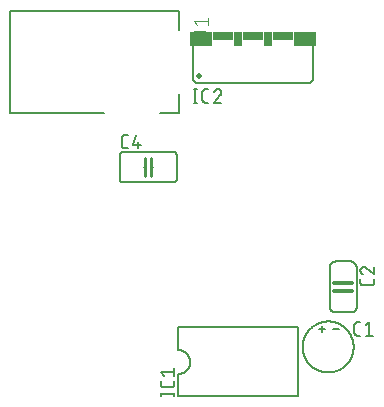
<source format=gbr>
G04 EAGLE Gerber RS-274X export*
G75*
%MOMM*%
%FSLAX34Y34*%
%LPD*%
%INSilkscreen Top*%
%IPPOS*%
%AMOC8*
5,1,8,0,0,1.08239X$1,22.5*%
G01*
%ADD10C,0.152400*%
%ADD11C,0.127000*%
%ADD12C,0.304800*%
%ADD13C,0.254000*%
%ADD14C,0.508000*%
%ADD15R,1.905000X1.270000*%
%ADD16R,1.778000X0.762000*%
%ADD17R,0.762000X1.270000*%
%ADD18C,0.203200*%
%ADD19C,0.101600*%


D10*
X271780Y510540D02*
X276860Y510540D01*
X274320Y508000D02*
X274320Y513080D01*
X283210Y510540D02*
X288290Y510540D01*
X257810Y495300D02*
X257817Y495830D01*
X257836Y496359D01*
X257868Y496888D01*
X257914Y497416D01*
X257972Y497943D01*
X258044Y498468D01*
X258128Y498991D01*
X258225Y499512D01*
X258335Y500030D01*
X258457Y500546D01*
X258592Y501058D01*
X258740Y501567D01*
X258900Y502072D01*
X259072Y502573D01*
X259257Y503070D01*
X259453Y503562D01*
X259662Y504049D01*
X259883Y504531D01*
X260115Y505007D01*
X260359Y505477D01*
X260615Y505942D01*
X260882Y506399D01*
X261160Y506851D01*
X261449Y507295D01*
X261748Y507732D01*
X262059Y508161D01*
X262380Y508583D01*
X262711Y508997D01*
X263052Y509402D01*
X263403Y509799D01*
X263764Y510187D01*
X264134Y510566D01*
X264513Y510936D01*
X264901Y511297D01*
X265298Y511648D01*
X265703Y511989D01*
X266117Y512320D01*
X266539Y512641D01*
X266968Y512952D01*
X267405Y513251D01*
X267849Y513540D01*
X268301Y513818D01*
X268758Y514085D01*
X269223Y514341D01*
X269693Y514585D01*
X270169Y514817D01*
X270651Y515038D01*
X271138Y515247D01*
X271630Y515443D01*
X272127Y515628D01*
X272628Y515800D01*
X273133Y515960D01*
X273642Y516108D01*
X274154Y516243D01*
X274670Y516365D01*
X275188Y516475D01*
X275709Y516572D01*
X276232Y516656D01*
X276757Y516728D01*
X277284Y516786D01*
X277812Y516832D01*
X278341Y516864D01*
X278870Y516883D01*
X279400Y516890D01*
X279930Y516883D01*
X280459Y516864D01*
X280988Y516832D01*
X281516Y516786D01*
X282043Y516728D01*
X282568Y516656D01*
X283091Y516572D01*
X283612Y516475D01*
X284130Y516365D01*
X284646Y516243D01*
X285158Y516108D01*
X285667Y515960D01*
X286172Y515800D01*
X286673Y515628D01*
X287170Y515443D01*
X287662Y515247D01*
X288149Y515038D01*
X288631Y514817D01*
X289107Y514585D01*
X289577Y514341D01*
X290042Y514085D01*
X290499Y513818D01*
X290951Y513540D01*
X291395Y513251D01*
X291832Y512952D01*
X292261Y512641D01*
X292683Y512320D01*
X293097Y511989D01*
X293502Y511648D01*
X293899Y511297D01*
X294287Y510936D01*
X294666Y510566D01*
X295036Y510187D01*
X295397Y509799D01*
X295748Y509402D01*
X296089Y508997D01*
X296420Y508583D01*
X296741Y508161D01*
X297052Y507732D01*
X297351Y507295D01*
X297640Y506851D01*
X297918Y506399D01*
X298185Y505942D01*
X298441Y505477D01*
X298685Y505007D01*
X298917Y504531D01*
X299138Y504049D01*
X299347Y503562D01*
X299543Y503070D01*
X299728Y502573D01*
X299900Y502072D01*
X300060Y501567D01*
X300208Y501058D01*
X300343Y500546D01*
X300465Y500030D01*
X300575Y499512D01*
X300672Y498991D01*
X300756Y498468D01*
X300828Y497943D01*
X300886Y497416D01*
X300932Y496888D01*
X300964Y496359D01*
X300983Y495830D01*
X300990Y495300D01*
X300983Y494770D01*
X300964Y494241D01*
X300932Y493712D01*
X300886Y493184D01*
X300828Y492657D01*
X300756Y492132D01*
X300672Y491609D01*
X300575Y491088D01*
X300465Y490570D01*
X300343Y490054D01*
X300208Y489542D01*
X300060Y489033D01*
X299900Y488528D01*
X299728Y488027D01*
X299543Y487530D01*
X299347Y487038D01*
X299138Y486551D01*
X298917Y486069D01*
X298685Y485593D01*
X298441Y485123D01*
X298185Y484658D01*
X297918Y484201D01*
X297640Y483749D01*
X297351Y483305D01*
X297052Y482868D01*
X296741Y482439D01*
X296420Y482017D01*
X296089Y481603D01*
X295748Y481198D01*
X295397Y480801D01*
X295036Y480413D01*
X294666Y480034D01*
X294287Y479664D01*
X293899Y479303D01*
X293502Y478952D01*
X293097Y478611D01*
X292683Y478280D01*
X292261Y477959D01*
X291832Y477648D01*
X291395Y477349D01*
X290951Y477060D01*
X290499Y476782D01*
X290042Y476515D01*
X289577Y476259D01*
X289107Y476015D01*
X288631Y475783D01*
X288149Y475562D01*
X287662Y475353D01*
X287170Y475157D01*
X286673Y474972D01*
X286172Y474800D01*
X285667Y474640D01*
X285158Y474492D01*
X284646Y474357D01*
X284130Y474235D01*
X283612Y474125D01*
X283091Y474028D01*
X282568Y473944D01*
X282043Y473872D01*
X281516Y473814D01*
X280988Y473768D01*
X280459Y473736D01*
X279930Y473717D01*
X279400Y473710D01*
X278870Y473717D01*
X278341Y473736D01*
X277812Y473768D01*
X277284Y473814D01*
X276757Y473872D01*
X276232Y473944D01*
X275709Y474028D01*
X275188Y474125D01*
X274670Y474235D01*
X274154Y474357D01*
X273642Y474492D01*
X273133Y474640D01*
X272628Y474800D01*
X272127Y474972D01*
X271630Y475157D01*
X271138Y475353D01*
X270651Y475562D01*
X270169Y475783D01*
X269693Y476015D01*
X269223Y476259D01*
X268758Y476515D01*
X268301Y476782D01*
X267849Y477060D01*
X267405Y477349D01*
X266968Y477648D01*
X266539Y477959D01*
X266117Y478280D01*
X265703Y478611D01*
X265298Y478952D01*
X264901Y479303D01*
X264513Y479664D01*
X264134Y480034D01*
X263764Y480413D01*
X263403Y480801D01*
X263052Y481198D01*
X262711Y481603D01*
X262380Y482017D01*
X262059Y482439D01*
X261748Y482868D01*
X261449Y483305D01*
X261160Y483749D01*
X260882Y484201D01*
X260615Y484658D01*
X260359Y485123D01*
X260115Y485593D01*
X259883Y486069D01*
X259662Y486551D01*
X259453Y487038D01*
X259257Y487530D01*
X259072Y488027D01*
X258900Y488528D01*
X258740Y489033D01*
X258592Y489542D01*
X258457Y490054D01*
X258335Y490570D01*
X258225Y491088D01*
X258128Y491609D01*
X258044Y492132D01*
X257972Y492657D01*
X257914Y493184D01*
X257868Y493712D01*
X257836Y494241D01*
X257817Y494770D01*
X257810Y495300D01*
D11*
X304165Y504825D02*
X306705Y504825D01*
X304165Y504825D02*
X304065Y504827D01*
X303966Y504833D01*
X303866Y504843D01*
X303768Y504856D01*
X303669Y504874D01*
X303572Y504895D01*
X303476Y504920D01*
X303380Y504949D01*
X303286Y504982D01*
X303193Y505018D01*
X303102Y505058D01*
X303012Y505102D01*
X302924Y505149D01*
X302838Y505199D01*
X302754Y505253D01*
X302672Y505310D01*
X302593Y505370D01*
X302515Y505434D01*
X302441Y505500D01*
X302369Y505569D01*
X302300Y505641D01*
X302234Y505715D01*
X302170Y505793D01*
X302110Y505872D01*
X302053Y505954D01*
X301999Y506038D01*
X301949Y506124D01*
X301902Y506212D01*
X301858Y506302D01*
X301818Y506393D01*
X301782Y506486D01*
X301749Y506580D01*
X301720Y506676D01*
X301695Y506772D01*
X301674Y506869D01*
X301656Y506968D01*
X301643Y507066D01*
X301633Y507166D01*
X301627Y507265D01*
X301625Y507365D01*
X301625Y513715D01*
X301627Y513815D01*
X301633Y513914D01*
X301643Y514014D01*
X301656Y514112D01*
X301674Y514211D01*
X301695Y514308D01*
X301720Y514404D01*
X301749Y514500D01*
X301782Y514594D01*
X301818Y514687D01*
X301858Y514778D01*
X301902Y514868D01*
X301949Y514956D01*
X301999Y515042D01*
X302053Y515126D01*
X302110Y515208D01*
X302170Y515287D01*
X302234Y515365D01*
X302300Y515439D01*
X302369Y515511D01*
X302441Y515580D01*
X302515Y515646D01*
X302593Y515710D01*
X302672Y515770D01*
X302754Y515827D01*
X302838Y515881D01*
X302924Y515931D01*
X303012Y515978D01*
X303102Y516022D01*
X303193Y516062D01*
X303286Y516098D01*
X303380Y516131D01*
X303476Y516160D01*
X303572Y516185D01*
X303669Y516206D01*
X303768Y516224D01*
X303866Y516237D01*
X303966Y516247D01*
X304065Y516253D01*
X304165Y516255D01*
X306705Y516255D01*
X311187Y513715D02*
X314362Y516255D01*
X314362Y504825D01*
X311187Y504825D02*
X317537Y504825D01*
D10*
X298450Y567690D02*
X285750Y567690D01*
X298450Y567690D02*
X298590Y567688D01*
X298730Y567682D01*
X298870Y567673D01*
X299009Y567659D01*
X299148Y567642D01*
X299286Y567621D01*
X299424Y567596D01*
X299561Y567567D01*
X299697Y567535D01*
X299832Y567498D01*
X299966Y567458D01*
X300099Y567415D01*
X300231Y567367D01*
X300362Y567317D01*
X300491Y567262D01*
X300618Y567204D01*
X300744Y567143D01*
X300868Y567078D01*
X300990Y567009D01*
X301110Y566938D01*
X301228Y566863D01*
X301345Y566785D01*
X301459Y566703D01*
X301570Y566619D01*
X301679Y566531D01*
X301786Y566441D01*
X301891Y566347D01*
X301992Y566251D01*
X302091Y566152D01*
X302187Y566051D01*
X302281Y565946D01*
X302371Y565839D01*
X302459Y565730D01*
X302543Y565619D01*
X302625Y565505D01*
X302703Y565388D01*
X302778Y565270D01*
X302849Y565150D01*
X302918Y565028D01*
X302983Y564904D01*
X303044Y564778D01*
X303102Y564651D01*
X303157Y564522D01*
X303207Y564391D01*
X303255Y564259D01*
X303298Y564126D01*
X303338Y563992D01*
X303375Y563857D01*
X303407Y563721D01*
X303436Y563584D01*
X303461Y563446D01*
X303482Y563308D01*
X303499Y563169D01*
X303513Y563030D01*
X303522Y562890D01*
X303528Y562750D01*
X303530Y562610D01*
X285750Y567690D02*
X285610Y567688D01*
X285470Y567682D01*
X285330Y567673D01*
X285191Y567659D01*
X285052Y567642D01*
X284914Y567621D01*
X284776Y567596D01*
X284639Y567567D01*
X284503Y567535D01*
X284368Y567498D01*
X284234Y567458D01*
X284101Y567415D01*
X283969Y567367D01*
X283838Y567317D01*
X283709Y567262D01*
X283582Y567204D01*
X283456Y567143D01*
X283332Y567078D01*
X283210Y567009D01*
X283090Y566938D01*
X282972Y566863D01*
X282855Y566785D01*
X282741Y566703D01*
X282630Y566619D01*
X282521Y566531D01*
X282414Y566441D01*
X282309Y566347D01*
X282208Y566251D01*
X282109Y566152D01*
X282013Y566051D01*
X281919Y565946D01*
X281829Y565839D01*
X281741Y565730D01*
X281657Y565619D01*
X281575Y565505D01*
X281497Y565388D01*
X281422Y565270D01*
X281351Y565150D01*
X281282Y565028D01*
X281217Y564904D01*
X281156Y564778D01*
X281098Y564651D01*
X281043Y564522D01*
X280993Y564391D01*
X280945Y564259D01*
X280902Y564126D01*
X280862Y563992D01*
X280825Y563857D01*
X280793Y563721D01*
X280764Y563584D01*
X280739Y563446D01*
X280718Y563308D01*
X280701Y563169D01*
X280687Y563030D01*
X280678Y562890D01*
X280672Y562750D01*
X280670Y562610D01*
X303530Y562610D02*
X303530Y529590D01*
X298450Y524510D02*
X285750Y524510D01*
X280670Y529590D02*
X280670Y562610D01*
X303530Y529590D02*
X303528Y529450D01*
X303522Y529310D01*
X303513Y529170D01*
X303499Y529031D01*
X303482Y528892D01*
X303461Y528754D01*
X303436Y528616D01*
X303407Y528479D01*
X303375Y528343D01*
X303338Y528208D01*
X303298Y528074D01*
X303255Y527941D01*
X303207Y527809D01*
X303157Y527678D01*
X303102Y527549D01*
X303044Y527422D01*
X302983Y527296D01*
X302918Y527172D01*
X302849Y527050D01*
X302778Y526930D01*
X302703Y526812D01*
X302625Y526695D01*
X302543Y526581D01*
X302459Y526470D01*
X302371Y526361D01*
X302281Y526254D01*
X302187Y526149D01*
X302091Y526048D01*
X301992Y525949D01*
X301891Y525853D01*
X301786Y525759D01*
X301679Y525669D01*
X301570Y525581D01*
X301459Y525497D01*
X301345Y525415D01*
X301228Y525337D01*
X301110Y525262D01*
X300990Y525191D01*
X300868Y525122D01*
X300744Y525057D01*
X300618Y524996D01*
X300491Y524938D01*
X300362Y524883D01*
X300231Y524833D01*
X300099Y524785D01*
X299966Y524742D01*
X299832Y524702D01*
X299697Y524665D01*
X299561Y524633D01*
X299424Y524604D01*
X299286Y524579D01*
X299148Y524558D01*
X299009Y524541D01*
X298870Y524527D01*
X298730Y524518D01*
X298590Y524512D01*
X298450Y524510D01*
X285750Y524510D02*
X285610Y524512D01*
X285470Y524518D01*
X285330Y524527D01*
X285191Y524541D01*
X285052Y524558D01*
X284914Y524579D01*
X284776Y524604D01*
X284639Y524633D01*
X284503Y524665D01*
X284368Y524702D01*
X284234Y524742D01*
X284101Y524785D01*
X283969Y524833D01*
X283838Y524883D01*
X283709Y524938D01*
X283582Y524996D01*
X283456Y525057D01*
X283332Y525122D01*
X283210Y525191D01*
X283090Y525262D01*
X282972Y525337D01*
X282855Y525415D01*
X282741Y525497D01*
X282630Y525581D01*
X282521Y525669D01*
X282414Y525759D01*
X282309Y525853D01*
X282208Y525949D01*
X282109Y526048D01*
X282013Y526149D01*
X281919Y526254D01*
X281829Y526361D01*
X281741Y526470D01*
X281657Y526581D01*
X281575Y526695D01*
X281497Y526812D01*
X281422Y526930D01*
X281351Y527050D01*
X281282Y527172D01*
X281217Y527296D01*
X281156Y527422D01*
X281098Y527549D01*
X281043Y527678D01*
X280993Y527809D01*
X280945Y527941D01*
X280902Y528074D01*
X280862Y528208D01*
X280825Y528343D01*
X280793Y528479D01*
X280764Y528616D01*
X280739Y528754D01*
X280718Y528892D01*
X280701Y529031D01*
X280687Y529170D01*
X280678Y529310D01*
X280672Y529450D01*
X280670Y529590D01*
D12*
X284480Y549148D02*
X299720Y549148D01*
X299720Y542798D02*
X284480Y542798D01*
D11*
X318135Y549873D02*
X318135Y552413D01*
X318135Y549873D02*
X318133Y549773D01*
X318127Y549674D01*
X318117Y549574D01*
X318104Y549476D01*
X318086Y549377D01*
X318065Y549280D01*
X318040Y549184D01*
X318011Y549088D01*
X317978Y548994D01*
X317942Y548901D01*
X317902Y548810D01*
X317858Y548720D01*
X317811Y548632D01*
X317761Y548546D01*
X317707Y548462D01*
X317650Y548380D01*
X317590Y548301D01*
X317526Y548223D01*
X317460Y548149D01*
X317391Y548077D01*
X317319Y548008D01*
X317245Y547942D01*
X317167Y547878D01*
X317088Y547818D01*
X317006Y547761D01*
X316922Y547707D01*
X316836Y547657D01*
X316748Y547610D01*
X316658Y547566D01*
X316567Y547526D01*
X316474Y547490D01*
X316380Y547457D01*
X316284Y547428D01*
X316188Y547403D01*
X316091Y547382D01*
X315992Y547364D01*
X315894Y547351D01*
X315794Y547341D01*
X315695Y547335D01*
X315595Y547333D01*
X309245Y547333D01*
X309145Y547335D01*
X309046Y547341D01*
X308946Y547351D01*
X308848Y547364D01*
X308749Y547382D01*
X308652Y547403D01*
X308556Y547428D01*
X308460Y547457D01*
X308366Y547490D01*
X308273Y547526D01*
X308182Y547566D01*
X308092Y547610D01*
X308004Y547657D01*
X307918Y547707D01*
X307834Y547761D01*
X307752Y547818D01*
X307673Y547878D01*
X307595Y547942D01*
X307521Y548008D01*
X307449Y548077D01*
X307380Y548149D01*
X307314Y548223D01*
X307250Y548301D01*
X307190Y548380D01*
X307133Y548462D01*
X307079Y548546D01*
X307029Y548632D01*
X306982Y548720D01*
X306938Y548810D01*
X306898Y548901D01*
X306862Y548994D01*
X306829Y549088D01*
X306800Y549184D01*
X306775Y549280D01*
X306754Y549377D01*
X306736Y549476D01*
X306723Y549574D01*
X306713Y549674D01*
X306707Y549773D01*
X306705Y549873D01*
X306705Y552413D01*
X306705Y560388D02*
X306707Y560492D01*
X306713Y560597D01*
X306722Y560701D01*
X306735Y560804D01*
X306753Y560907D01*
X306773Y561009D01*
X306798Y561111D01*
X306826Y561211D01*
X306858Y561311D01*
X306894Y561409D01*
X306933Y561506D01*
X306975Y561601D01*
X307021Y561695D01*
X307071Y561787D01*
X307123Y561877D01*
X307179Y561965D01*
X307239Y562051D01*
X307301Y562135D01*
X307366Y562216D01*
X307434Y562295D01*
X307506Y562372D01*
X307579Y562445D01*
X307656Y562517D01*
X307735Y562585D01*
X307816Y562650D01*
X307900Y562712D01*
X307986Y562772D01*
X308074Y562828D01*
X308164Y562880D01*
X308256Y562930D01*
X308350Y562976D01*
X308445Y563018D01*
X308542Y563057D01*
X308640Y563093D01*
X308740Y563125D01*
X308840Y563153D01*
X308942Y563178D01*
X309044Y563198D01*
X309147Y563216D01*
X309250Y563229D01*
X309354Y563238D01*
X309459Y563244D01*
X309563Y563246D01*
X306705Y560388D02*
X306707Y560270D01*
X306713Y560151D01*
X306722Y560033D01*
X306735Y559916D01*
X306753Y559799D01*
X306773Y559682D01*
X306798Y559566D01*
X306826Y559451D01*
X306859Y559338D01*
X306894Y559225D01*
X306934Y559113D01*
X306976Y559003D01*
X307023Y558894D01*
X307073Y558786D01*
X307126Y558681D01*
X307183Y558577D01*
X307243Y558475D01*
X307306Y558375D01*
X307373Y558277D01*
X307442Y558181D01*
X307515Y558088D01*
X307591Y557997D01*
X307669Y557908D01*
X307751Y557822D01*
X307835Y557739D01*
X307921Y557658D01*
X308011Y557581D01*
X308102Y557506D01*
X308196Y557434D01*
X308293Y557365D01*
X308391Y557300D01*
X308492Y557237D01*
X308595Y557178D01*
X308699Y557122D01*
X308805Y557070D01*
X308913Y557021D01*
X309022Y556976D01*
X309133Y556934D01*
X309245Y556896D01*
X311785Y562293D02*
X311710Y562369D01*
X311631Y562444D01*
X311550Y562515D01*
X311466Y562584D01*
X311380Y562649D01*
X311292Y562711D01*
X311202Y562771D01*
X311110Y562827D01*
X311015Y562880D01*
X310919Y562929D01*
X310821Y562975D01*
X310722Y563018D01*
X310621Y563057D01*
X310519Y563092D01*
X310416Y563124D01*
X310312Y563152D01*
X310207Y563177D01*
X310100Y563198D01*
X309994Y563215D01*
X309887Y563228D01*
X309779Y563237D01*
X309671Y563243D01*
X309563Y563245D01*
X311785Y562293D02*
X318135Y556895D01*
X318135Y563245D01*
D10*
X148590Y660400D02*
X105410Y660400D01*
X105410Y635000D02*
X148590Y635000D01*
X151130Y637540D02*
X151130Y657860D01*
X102870Y657860D02*
X102870Y637540D01*
X148590Y660400D02*
X148690Y660398D01*
X148789Y660392D01*
X148889Y660382D01*
X148987Y660369D01*
X149086Y660351D01*
X149183Y660330D01*
X149279Y660305D01*
X149375Y660276D01*
X149469Y660243D01*
X149562Y660207D01*
X149653Y660167D01*
X149743Y660123D01*
X149831Y660076D01*
X149917Y660026D01*
X150001Y659972D01*
X150083Y659915D01*
X150162Y659855D01*
X150240Y659791D01*
X150314Y659725D01*
X150386Y659656D01*
X150455Y659584D01*
X150521Y659510D01*
X150585Y659432D01*
X150645Y659353D01*
X150702Y659271D01*
X150756Y659187D01*
X150806Y659101D01*
X150853Y659013D01*
X150897Y658923D01*
X150937Y658832D01*
X150973Y658739D01*
X151006Y658645D01*
X151035Y658549D01*
X151060Y658453D01*
X151081Y658356D01*
X151099Y658257D01*
X151112Y658159D01*
X151122Y658059D01*
X151128Y657960D01*
X151130Y657860D01*
X105410Y660400D02*
X105310Y660398D01*
X105211Y660392D01*
X105111Y660382D01*
X105013Y660369D01*
X104914Y660351D01*
X104817Y660330D01*
X104721Y660305D01*
X104625Y660276D01*
X104531Y660243D01*
X104438Y660207D01*
X104347Y660167D01*
X104257Y660123D01*
X104169Y660076D01*
X104083Y660026D01*
X103999Y659972D01*
X103917Y659915D01*
X103838Y659855D01*
X103760Y659791D01*
X103686Y659725D01*
X103614Y659656D01*
X103545Y659584D01*
X103479Y659510D01*
X103415Y659432D01*
X103355Y659353D01*
X103298Y659271D01*
X103244Y659187D01*
X103194Y659101D01*
X103147Y659013D01*
X103103Y658923D01*
X103063Y658832D01*
X103027Y658739D01*
X102994Y658645D01*
X102965Y658549D01*
X102940Y658453D01*
X102919Y658356D01*
X102901Y658257D01*
X102888Y658159D01*
X102878Y658059D01*
X102872Y657960D01*
X102870Y657860D01*
X148590Y635000D02*
X148690Y635002D01*
X148789Y635008D01*
X148889Y635018D01*
X148987Y635031D01*
X149086Y635049D01*
X149183Y635070D01*
X149279Y635095D01*
X149375Y635124D01*
X149469Y635157D01*
X149562Y635193D01*
X149653Y635233D01*
X149743Y635277D01*
X149831Y635324D01*
X149917Y635374D01*
X150001Y635428D01*
X150083Y635485D01*
X150162Y635545D01*
X150240Y635609D01*
X150314Y635675D01*
X150386Y635744D01*
X150455Y635816D01*
X150521Y635890D01*
X150585Y635968D01*
X150645Y636047D01*
X150702Y636129D01*
X150756Y636213D01*
X150806Y636299D01*
X150853Y636387D01*
X150897Y636477D01*
X150937Y636568D01*
X150973Y636661D01*
X151006Y636755D01*
X151035Y636851D01*
X151060Y636947D01*
X151081Y637044D01*
X151099Y637143D01*
X151112Y637241D01*
X151122Y637341D01*
X151128Y637440D01*
X151130Y637540D01*
X105410Y635000D02*
X105310Y635002D01*
X105211Y635008D01*
X105111Y635018D01*
X105013Y635031D01*
X104914Y635049D01*
X104817Y635070D01*
X104721Y635095D01*
X104625Y635124D01*
X104531Y635157D01*
X104438Y635193D01*
X104347Y635233D01*
X104257Y635277D01*
X104169Y635324D01*
X104083Y635374D01*
X103999Y635428D01*
X103917Y635485D01*
X103838Y635545D01*
X103760Y635609D01*
X103686Y635675D01*
X103614Y635744D01*
X103545Y635816D01*
X103479Y635890D01*
X103415Y635968D01*
X103355Y636047D01*
X103298Y636129D01*
X103244Y636213D01*
X103194Y636299D01*
X103147Y636387D01*
X103103Y636477D01*
X103063Y636568D01*
X103027Y636661D01*
X102994Y636755D01*
X102965Y636851D01*
X102940Y636947D01*
X102919Y637044D01*
X102901Y637143D01*
X102888Y637241D01*
X102878Y637341D01*
X102872Y637440D01*
X102870Y637540D01*
X129540Y647700D02*
X130810Y647700D01*
D13*
X129540Y647700D02*
X129540Y655320D01*
X129540Y647700D02*
X129540Y640080D01*
X124460Y647700D02*
X124460Y655320D01*
X124460Y647700D02*
X124460Y640080D01*
D10*
X124460Y647700D02*
X123190Y647700D01*
D11*
X109855Y663575D02*
X107315Y663575D01*
X107215Y663577D01*
X107116Y663583D01*
X107016Y663593D01*
X106918Y663606D01*
X106819Y663624D01*
X106722Y663645D01*
X106626Y663670D01*
X106530Y663699D01*
X106436Y663732D01*
X106343Y663768D01*
X106252Y663808D01*
X106162Y663852D01*
X106074Y663899D01*
X105988Y663949D01*
X105904Y664003D01*
X105822Y664060D01*
X105743Y664120D01*
X105665Y664184D01*
X105591Y664250D01*
X105519Y664319D01*
X105450Y664391D01*
X105384Y664465D01*
X105320Y664543D01*
X105260Y664622D01*
X105203Y664704D01*
X105149Y664788D01*
X105099Y664874D01*
X105052Y664962D01*
X105008Y665052D01*
X104968Y665143D01*
X104932Y665236D01*
X104899Y665330D01*
X104870Y665426D01*
X104845Y665522D01*
X104824Y665619D01*
X104806Y665718D01*
X104793Y665816D01*
X104783Y665916D01*
X104777Y666015D01*
X104775Y666115D01*
X104775Y672465D01*
X104777Y672565D01*
X104783Y672664D01*
X104793Y672764D01*
X104806Y672862D01*
X104824Y672961D01*
X104845Y673058D01*
X104870Y673154D01*
X104899Y673250D01*
X104932Y673344D01*
X104968Y673437D01*
X105008Y673528D01*
X105052Y673618D01*
X105099Y673706D01*
X105149Y673792D01*
X105203Y673876D01*
X105260Y673958D01*
X105320Y674037D01*
X105384Y674115D01*
X105450Y674189D01*
X105519Y674261D01*
X105591Y674330D01*
X105665Y674396D01*
X105743Y674460D01*
X105822Y674520D01*
X105904Y674577D01*
X105988Y674631D01*
X106074Y674681D01*
X106162Y674728D01*
X106252Y674772D01*
X106343Y674812D01*
X106436Y674848D01*
X106530Y674881D01*
X106626Y674910D01*
X106722Y674935D01*
X106819Y674956D01*
X106918Y674974D01*
X107016Y674987D01*
X107116Y674997D01*
X107215Y675003D01*
X107315Y675005D01*
X109855Y675005D01*
X116877Y675005D02*
X114337Y666115D01*
X120687Y666115D01*
X118782Y668655D02*
X118782Y663575D01*
D10*
X152400Y511810D02*
X254000Y511810D01*
X254000Y453390D02*
X152400Y453390D01*
X254000Y453390D02*
X254000Y511810D01*
X152400Y511810D02*
X152400Y492760D01*
X152400Y472440D02*
X152400Y453390D01*
X152400Y472440D02*
X152647Y472443D01*
X152895Y472452D01*
X153142Y472467D01*
X153388Y472488D01*
X153634Y472515D01*
X153879Y472548D01*
X154124Y472587D01*
X154367Y472632D01*
X154609Y472683D01*
X154850Y472740D01*
X155089Y472802D01*
X155327Y472871D01*
X155563Y472945D01*
X155797Y473025D01*
X156029Y473110D01*
X156259Y473202D01*
X156487Y473298D01*
X156712Y473401D01*
X156935Y473508D01*
X157155Y473622D01*
X157372Y473740D01*
X157587Y473864D01*
X157798Y473993D01*
X158006Y474127D01*
X158211Y474266D01*
X158412Y474410D01*
X158610Y474558D01*
X158804Y474712D01*
X158994Y474870D01*
X159180Y475033D01*
X159362Y475200D01*
X159540Y475372D01*
X159714Y475548D01*
X159884Y475728D01*
X160049Y475913D01*
X160209Y476101D01*
X160365Y476293D01*
X160517Y476489D01*
X160663Y476688D01*
X160805Y476891D01*
X160941Y477098D01*
X161073Y477307D01*
X161199Y477520D01*
X161320Y477736D01*
X161436Y477954D01*
X161546Y478176D01*
X161651Y478400D01*
X161751Y478626D01*
X161845Y478855D01*
X161933Y479086D01*
X162016Y479320D01*
X162093Y479555D01*
X162164Y479792D01*
X162230Y480030D01*
X162289Y480270D01*
X162343Y480512D01*
X162391Y480755D01*
X162433Y480998D01*
X162469Y481243D01*
X162499Y481489D01*
X162523Y481735D01*
X162541Y481982D01*
X162553Y482229D01*
X162559Y482476D01*
X162559Y482724D01*
X162553Y482971D01*
X162541Y483218D01*
X162523Y483465D01*
X162499Y483711D01*
X162469Y483957D01*
X162433Y484202D01*
X162391Y484445D01*
X162343Y484688D01*
X162289Y484930D01*
X162230Y485170D01*
X162164Y485408D01*
X162093Y485645D01*
X162016Y485880D01*
X161933Y486114D01*
X161845Y486345D01*
X161751Y486574D01*
X161651Y486800D01*
X161546Y487024D01*
X161436Y487246D01*
X161320Y487464D01*
X161199Y487680D01*
X161073Y487893D01*
X160941Y488102D01*
X160805Y488309D01*
X160663Y488512D01*
X160517Y488711D01*
X160365Y488907D01*
X160209Y489099D01*
X160049Y489287D01*
X159884Y489472D01*
X159714Y489652D01*
X159540Y489828D01*
X159362Y490000D01*
X159180Y490167D01*
X158994Y490330D01*
X158804Y490488D01*
X158610Y490642D01*
X158412Y490790D01*
X158211Y490934D01*
X158006Y491073D01*
X157798Y491207D01*
X157587Y491336D01*
X157372Y491460D01*
X157155Y491578D01*
X156935Y491692D01*
X156712Y491799D01*
X156487Y491902D01*
X156259Y491998D01*
X156029Y492090D01*
X155797Y492175D01*
X155563Y492255D01*
X155327Y492329D01*
X155089Y492398D01*
X154850Y492460D01*
X154609Y492517D01*
X154367Y492568D01*
X154124Y492613D01*
X153879Y492652D01*
X153634Y492685D01*
X153388Y492712D01*
X153142Y492733D01*
X152895Y492748D01*
X152647Y492757D01*
X152400Y492760D01*
D11*
X149225Y455295D02*
X137795Y455295D01*
X149225Y454025D02*
X149225Y456565D01*
X137795Y456565D02*
X137795Y454025D01*
X149225Y463767D02*
X149225Y466307D01*
X149225Y463767D02*
X149223Y463667D01*
X149217Y463568D01*
X149207Y463468D01*
X149194Y463370D01*
X149176Y463271D01*
X149155Y463174D01*
X149130Y463078D01*
X149101Y462982D01*
X149068Y462888D01*
X149032Y462795D01*
X148992Y462704D01*
X148948Y462614D01*
X148901Y462526D01*
X148851Y462440D01*
X148797Y462356D01*
X148740Y462274D01*
X148680Y462195D01*
X148616Y462117D01*
X148550Y462043D01*
X148481Y461971D01*
X148409Y461902D01*
X148335Y461836D01*
X148257Y461772D01*
X148178Y461712D01*
X148096Y461655D01*
X148012Y461601D01*
X147926Y461551D01*
X147838Y461504D01*
X147748Y461460D01*
X147657Y461420D01*
X147564Y461384D01*
X147470Y461351D01*
X147374Y461322D01*
X147278Y461297D01*
X147181Y461276D01*
X147082Y461258D01*
X146984Y461245D01*
X146884Y461235D01*
X146785Y461229D01*
X146685Y461227D01*
X140335Y461227D01*
X140235Y461229D01*
X140136Y461235D01*
X140036Y461245D01*
X139938Y461258D01*
X139839Y461276D01*
X139742Y461297D01*
X139646Y461322D01*
X139550Y461351D01*
X139456Y461384D01*
X139363Y461420D01*
X139272Y461460D01*
X139182Y461504D01*
X139094Y461551D01*
X139008Y461601D01*
X138924Y461655D01*
X138842Y461712D01*
X138763Y461772D01*
X138685Y461836D01*
X138611Y461902D01*
X138539Y461971D01*
X138470Y462043D01*
X138404Y462117D01*
X138340Y462195D01*
X138280Y462274D01*
X138223Y462356D01*
X138169Y462440D01*
X138119Y462526D01*
X138072Y462614D01*
X138028Y462704D01*
X137988Y462795D01*
X137952Y462888D01*
X137919Y462982D01*
X137890Y463078D01*
X137865Y463174D01*
X137844Y463271D01*
X137826Y463370D01*
X137813Y463468D01*
X137803Y463568D01*
X137797Y463667D01*
X137795Y463767D01*
X137795Y466307D01*
X140335Y470789D02*
X137795Y473964D01*
X149225Y473964D01*
X149225Y470789D02*
X149225Y477139D01*
D10*
X264160Y718820D02*
X266700Y721360D01*
X264160Y718820D02*
X167640Y718820D01*
X165100Y721360D01*
X266700Y721360D02*
X266700Y750570D01*
X165100Y750570D02*
X165100Y721360D01*
D14*
X169672Y724916D03*
D15*
X172085Y755650D03*
D16*
X190500Y758190D03*
D17*
X203200Y755650D03*
D16*
X215900Y758190D03*
D17*
X228600Y755650D03*
D16*
X241300Y758190D03*
D15*
X259715Y755650D03*
D11*
X167005Y713613D02*
X167005Y702183D01*
X165735Y702183D02*
X168275Y702183D01*
X168275Y713613D02*
X165735Y713613D01*
X175477Y702183D02*
X178017Y702183D01*
X175477Y702183D02*
X175377Y702185D01*
X175278Y702191D01*
X175178Y702201D01*
X175080Y702214D01*
X174981Y702232D01*
X174884Y702253D01*
X174788Y702278D01*
X174692Y702307D01*
X174598Y702340D01*
X174505Y702376D01*
X174414Y702416D01*
X174324Y702460D01*
X174236Y702507D01*
X174150Y702557D01*
X174066Y702611D01*
X173984Y702668D01*
X173905Y702728D01*
X173827Y702792D01*
X173753Y702858D01*
X173681Y702927D01*
X173612Y702999D01*
X173546Y703073D01*
X173482Y703151D01*
X173422Y703230D01*
X173365Y703312D01*
X173311Y703396D01*
X173261Y703482D01*
X173214Y703570D01*
X173170Y703660D01*
X173130Y703751D01*
X173094Y703844D01*
X173061Y703938D01*
X173032Y704034D01*
X173007Y704130D01*
X172986Y704227D01*
X172968Y704326D01*
X172955Y704424D01*
X172945Y704524D01*
X172939Y704623D01*
X172937Y704723D01*
X172937Y711073D01*
X172939Y711173D01*
X172945Y711272D01*
X172955Y711372D01*
X172968Y711470D01*
X172986Y711569D01*
X173007Y711666D01*
X173032Y711762D01*
X173061Y711858D01*
X173094Y711952D01*
X173130Y712045D01*
X173170Y712136D01*
X173214Y712226D01*
X173261Y712314D01*
X173311Y712400D01*
X173365Y712484D01*
X173422Y712566D01*
X173482Y712645D01*
X173546Y712723D01*
X173612Y712797D01*
X173681Y712869D01*
X173753Y712938D01*
X173827Y713004D01*
X173905Y713068D01*
X173984Y713128D01*
X174066Y713185D01*
X174150Y713239D01*
X174236Y713289D01*
X174324Y713336D01*
X174414Y713380D01*
X174505Y713420D01*
X174598Y713456D01*
X174692Y713489D01*
X174788Y713518D01*
X174884Y713543D01*
X174981Y713564D01*
X175080Y713582D01*
X175178Y713595D01*
X175278Y713605D01*
X175377Y713611D01*
X175477Y713613D01*
X178017Y713613D01*
X185991Y713614D02*
X186095Y713612D01*
X186200Y713606D01*
X186304Y713597D01*
X186407Y713584D01*
X186510Y713566D01*
X186612Y713546D01*
X186714Y713521D01*
X186814Y713493D01*
X186914Y713461D01*
X187012Y713425D01*
X187109Y713386D01*
X187204Y713344D01*
X187298Y713298D01*
X187390Y713248D01*
X187480Y713196D01*
X187568Y713140D01*
X187654Y713080D01*
X187738Y713018D01*
X187819Y712953D01*
X187898Y712885D01*
X187975Y712813D01*
X188048Y712740D01*
X188120Y712663D01*
X188188Y712584D01*
X188253Y712503D01*
X188315Y712419D01*
X188375Y712333D01*
X188431Y712245D01*
X188483Y712155D01*
X188533Y712063D01*
X188579Y711969D01*
X188621Y711874D01*
X188660Y711777D01*
X188696Y711679D01*
X188728Y711579D01*
X188756Y711479D01*
X188781Y711377D01*
X188801Y711275D01*
X188819Y711172D01*
X188832Y711069D01*
X188841Y710965D01*
X188847Y710860D01*
X188849Y710756D01*
X185991Y713613D02*
X185873Y713611D01*
X185754Y713605D01*
X185636Y713596D01*
X185519Y713583D01*
X185402Y713565D01*
X185285Y713545D01*
X185169Y713520D01*
X185054Y713492D01*
X184941Y713459D01*
X184828Y713424D01*
X184716Y713384D01*
X184606Y713342D01*
X184497Y713295D01*
X184389Y713245D01*
X184284Y713192D01*
X184180Y713135D01*
X184078Y713075D01*
X183978Y713012D01*
X183880Y712945D01*
X183784Y712876D01*
X183691Y712803D01*
X183600Y712727D01*
X183511Y712649D01*
X183425Y712567D01*
X183342Y712483D01*
X183261Y712397D01*
X183184Y712307D01*
X183109Y712216D01*
X183037Y712122D01*
X182968Y712025D01*
X182903Y711927D01*
X182840Y711826D01*
X182781Y711723D01*
X182725Y711619D01*
X182673Y711513D01*
X182624Y711405D01*
X182579Y711296D01*
X182537Y711185D01*
X182499Y711073D01*
X187897Y708534D02*
X187973Y708609D01*
X188048Y708688D01*
X188119Y708769D01*
X188188Y708853D01*
X188253Y708939D01*
X188315Y709027D01*
X188375Y709117D01*
X188431Y709209D01*
X188484Y709304D01*
X188533Y709400D01*
X188579Y709498D01*
X188622Y709597D01*
X188661Y709698D01*
X188696Y709800D01*
X188728Y709903D01*
X188756Y710007D01*
X188781Y710112D01*
X188802Y710219D01*
X188819Y710325D01*
X188832Y710432D01*
X188841Y710540D01*
X188847Y710648D01*
X188849Y710756D01*
X187896Y708533D02*
X182499Y702183D01*
X188849Y702183D01*
D18*
X10300Y693600D02*
X10300Y779600D01*
X153300Y779600D01*
X153300Y763600D01*
X153300Y709600D02*
X153300Y693600D01*
X89800Y693600D02*
X10300Y693600D01*
X137300Y693600D02*
X153300Y693600D01*
D19*
X165608Y762428D02*
X174696Y762428D01*
X174696Y762427D02*
X174795Y762425D01*
X174895Y762419D01*
X174994Y762410D01*
X175092Y762397D01*
X175190Y762380D01*
X175288Y762359D01*
X175384Y762334D01*
X175479Y762306D01*
X175573Y762274D01*
X175666Y762239D01*
X175758Y762200D01*
X175848Y762157D01*
X175936Y762112D01*
X176023Y762062D01*
X176107Y762010D01*
X176190Y761954D01*
X176270Y761896D01*
X176348Y761834D01*
X176423Y761769D01*
X176496Y761701D01*
X176566Y761631D01*
X176634Y761558D01*
X176699Y761483D01*
X176761Y761405D01*
X176819Y761325D01*
X176875Y761242D01*
X176927Y761158D01*
X176977Y761071D01*
X177022Y760983D01*
X177065Y760893D01*
X177104Y760801D01*
X177139Y760708D01*
X177171Y760614D01*
X177199Y760519D01*
X177224Y760423D01*
X177245Y760325D01*
X177262Y760227D01*
X177275Y760129D01*
X177284Y760030D01*
X177290Y759930D01*
X177292Y759831D01*
X177292Y758533D01*
X168204Y767701D02*
X165608Y770946D01*
X177292Y770946D01*
X177292Y767701D02*
X177292Y774192D01*
M02*

</source>
